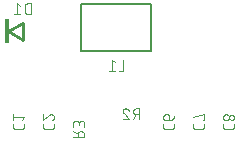
<source format=gbr>
G04 EAGLE Gerber X2 export*
%TF.Part,Single*%
%TF.FileFunction,Legend,Bot,1*%
%TF.FilePolarity,Positive*%
%TF.GenerationSoftware,Autodesk,EAGLE,9.0.0*%
%TF.CreationDate,2018-04-26T19:48:34Z*%
G75*
%MOMM*%
%FSLAX34Y34*%
%LPD*%
%AMOC8*
5,1,8,0,0,1.08239X$1,22.5*%
G01*
%ADD10C,0.076200*%
%ADD11C,0.127000*%
%ADD12C,0.254000*%
%ADD13R,0.300000X2.100000*%


D10*
X261038Y192231D02*
X261038Y201469D01*
X258472Y201469D01*
X258373Y201467D01*
X258273Y201461D01*
X258174Y201452D01*
X258076Y201438D01*
X257978Y201421D01*
X257880Y201400D01*
X257784Y201375D01*
X257689Y201346D01*
X257594Y201314D01*
X257502Y201278D01*
X257410Y201239D01*
X257320Y201196D01*
X257232Y201150D01*
X257146Y201100D01*
X257062Y201047D01*
X256980Y200991D01*
X256900Y200931D01*
X256823Y200869D01*
X256748Y200803D01*
X256675Y200735D01*
X256606Y200664D01*
X256539Y200590D01*
X256475Y200514D01*
X256414Y200435D01*
X256356Y200354D01*
X256301Y200271D01*
X256250Y200186D01*
X256202Y200099D01*
X256157Y200010D01*
X256116Y199919D01*
X256078Y199827D01*
X256044Y199734D01*
X256014Y199639D01*
X255987Y199543D01*
X255964Y199446D01*
X255945Y199349D01*
X255930Y199250D01*
X255918Y199151D01*
X255910Y199052D01*
X255906Y198953D01*
X255906Y198853D01*
X255910Y198754D01*
X255918Y198655D01*
X255930Y198556D01*
X255945Y198457D01*
X255964Y198360D01*
X255987Y198263D01*
X256014Y198167D01*
X256044Y198072D01*
X256078Y197979D01*
X256116Y197887D01*
X256157Y197796D01*
X256202Y197707D01*
X256250Y197620D01*
X256301Y197535D01*
X256356Y197452D01*
X256414Y197371D01*
X256475Y197292D01*
X256539Y197216D01*
X256606Y197142D01*
X256675Y197071D01*
X256748Y197003D01*
X256823Y196937D01*
X256900Y196875D01*
X256980Y196815D01*
X257062Y196759D01*
X257146Y196706D01*
X257232Y196656D01*
X257320Y196610D01*
X257410Y196567D01*
X257502Y196528D01*
X257594Y196492D01*
X257689Y196460D01*
X257784Y196431D01*
X257880Y196406D01*
X257978Y196385D01*
X258076Y196368D01*
X258174Y196354D01*
X258273Y196345D01*
X258373Y196339D01*
X258472Y196337D01*
X261038Y196337D01*
X257959Y196337D02*
X255906Y192231D01*
X246962Y199159D02*
X246964Y199254D01*
X246970Y199350D01*
X246980Y199445D01*
X246994Y199539D01*
X247011Y199633D01*
X247033Y199726D01*
X247058Y199818D01*
X247087Y199909D01*
X247120Y199999D01*
X247157Y200087D01*
X247197Y200174D01*
X247240Y200258D01*
X247288Y200341D01*
X247338Y200422D01*
X247392Y200501D01*
X247449Y200578D01*
X247509Y200652D01*
X247572Y200724D01*
X247639Y200792D01*
X247707Y200859D01*
X247779Y200922D01*
X247853Y200982D01*
X247930Y201039D01*
X248009Y201093D01*
X248090Y201143D01*
X248173Y201191D01*
X248257Y201234D01*
X248344Y201274D01*
X248432Y201311D01*
X248522Y201344D01*
X248613Y201373D01*
X248705Y201398D01*
X248798Y201420D01*
X248892Y201437D01*
X248986Y201451D01*
X249081Y201461D01*
X249177Y201467D01*
X249272Y201469D01*
X249379Y201467D01*
X249485Y201461D01*
X249591Y201452D01*
X249697Y201438D01*
X249802Y201421D01*
X249907Y201400D01*
X250010Y201376D01*
X250113Y201347D01*
X250215Y201315D01*
X250315Y201280D01*
X250414Y201240D01*
X250512Y201197D01*
X250608Y201151D01*
X250702Y201101D01*
X250795Y201048D01*
X250885Y200992D01*
X250974Y200932D01*
X251060Y200870D01*
X251144Y200804D01*
X251225Y200735D01*
X251304Y200664D01*
X251381Y200589D01*
X251454Y200512D01*
X251525Y200432D01*
X251593Y200350D01*
X251658Y200266D01*
X251720Y200179D01*
X251778Y200090D01*
X251834Y199999D01*
X251886Y199906D01*
X251935Y199811D01*
X251980Y199714D01*
X252022Y199616D01*
X252060Y199517D01*
X252095Y199416D01*
X247733Y197363D02*
X247665Y197430D01*
X247599Y197500D01*
X247537Y197573D01*
X247477Y197647D01*
X247420Y197724D01*
X247366Y197803D01*
X247316Y197884D01*
X247268Y197967D01*
X247224Y198052D01*
X247183Y198138D01*
X247145Y198226D01*
X247111Y198315D01*
X247080Y198406D01*
X247053Y198498D01*
X247029Y198590D01*
X247009Y198684D01*
X246992Y198778D01*
X246980Y198873D01*
X246970Y198968D01*
X246965Y199063D01*
X246963Y199159D01*
X247732Y197363D02*
X252094Y192231D01*
X246962Y192231D01*
X214169Y177112D02*
X204931Y177112D01*
X214169Y177112D02*
X214169Y179678D01*
X214167Y179777D01*
X214161Y179877D01*
X214152Y179976D01*
X214138Y180074D01*
X214121Y180172D01*
X214100Y180270D01*
X214075Y180366D01*
X214046Y180461D01*
X214014Y180556D01*
X213978Y180648D01*
X213939Y180740D01*
X213896Y180830D01*
X213850Y180918D01*
X213800Y181004D01*
X213747Y181088D01*
X213691Y181170D01*
X213631Y181250D01*
X213569Y181327D01*
X213503Y181402D01*
X213435Y181475D01*
X213364Y181544D01*
X213290Y181611D01*
X213214Y181675D01*
X213135Y181736D01*
X213054Y181794D01*
X212971Y181849D01*
X212886Y181900D01*
X212799Y181948D01*
X212710Y181993D01*
X212619Y182034D01*
X212527Y182072D01*
X212434Y182106D01*
X212339Y182136D01*
X212243Y182163D01*
X212146Y182186D01*
X212049Y182205D01*
X211950Y182220D01*
X211851Y182232D01*
X211752Y182240D01*
X211653Y182244D01*
X211553Y182244D01*
X211454Y182240D01*
X211355Y182232D01*
X211256Y182220D01*
X211157Y182205D01*
X211060Y182186D01*
X210963Y182163D01*
X210867Y182136D01*
X210772Y182106D01*
X210679Y182072D01*
X210587Y182034D01*
X210496Y181993D01*
X210407Y181948D01*
X210320Y181900D01*
X210235Y181849D01*
X210152Y181794D01*
X210071Y181736D01*
X209992Y181675D01*
X209916Y181611D01*
X209842Y181544D01*
X209771Y181475D01*
X209703Y181402D01*
X209637Y181327D01*
X209575Y181250D01*
X209515Y181170D01*
X209459Y181088D01*
X209406Y181004D01*
X209356Y180918D01*
X209310Y180830D01*
X209267Y180740D01*
X209228Y180648D01*
X209192Y180556D01*
X209160Y180461D01*
X209131Y180366D01*
X209106Y180270D01*
X209085Y180172D01*
X209068Y180074D01*
X209054Y179976D01*
X209045Y179877D01*
X209039Y179777D01*
X209037Y179678D01*
X209037Y177112D01*
X209037Y180192D02*
X204931Y182244D01*
X204931Y186056D02*
X204931Y188622D01*
X204933Y188721D01*
X204939Y188821D01*
X204948Y188920D01*
X204962Y189018D01*
X204979Y189116D01*
X205000Y189214D01*
X205025Y189310D01*
X205054Y189405D01*
X205086Y189500D01*
X205122Y189592D01*
X205161Y189684D01*
X205204Y189774D01*
X205250Y189862D01*
X205300Y189948D01*
X205353Y190032D01*
X205409Y190114D01*
X205469Y190194D01*
X205531Y190271D01*
X205597Y190346D01*
X205665Y190419D01*
X205736Y190488D01*
X205810Y190555D01*
X205886Y190619D01*
X205965Y190680D01*
X206046Y190738D01*
X206129Y190793D01*
X206214Y190844D01*
X206301Y190892D01*
X206390Y190937D01*
X206481Y190978D01*
X206573Y191016D01*
X206666Y191050D01*
X206761Y191080D01*
X206857Y191107D01*
X206954Y191130D01*
X207051Y191149D01*
X207150Y191164D01*
X207249Y191176D01*
X207348Y191184D01*
X207447Y191188D01*
X207547Y191188D01*
X207646Y191184D01*
X207745Y191176D01*
X207844Y191164D01*
X207943Y191149D01*
X208040Y191130D01*
X208137Y191107D01*
X208233Y191080D01*
X208328Y191050D01*
X208421Y191016D01*
X208513Y190978D01*
X208604Y190937D01*
X208693Y190892D01*
X208780Y190844D01*
X208865Y190793D01*
X208948Y190738D01*
X209029Y190680D01*
X209108Y190619D01*
X209184Y190555D01*
X209258Y190488D01*
X209329Y190419D01*
X209397Y190346D01*
X209463Y190271D01*
X209525Y190194D01*
X209585Y190114D01*
X209641Y190032D01*
X209694Y189948D01*
X209744Y189862D01*
X209790Y189774D01*
X209833Y189684D01*
X209872Y189592D01*
X209908Y189500D01*
X209940Y189405D01*
X209969Y189310D01*
X209994Y189214D01*
X210015Y189116D01*
X210032Y189018D01*
X210046Y188920D01*
X210055Y188821D01*
X210061Y188721D01*
X210063Y188622D01*
X214169Y189135D02*
X214169Y186056D01*
X214169Y189135D02*
X214167Y189225D01*
X214161Y189314D01*
X214151Y189403D01*
X214138Y189491D01*
X214120Y189579D01*
X214099Y189666D01*
X214074Y189752D01*
X214045Y189837D01*
X214013Y189921D01*
X213977Y190003D01*
X213937Y190083D01*
X213894Y190162D01*
X213847Y190238D01*
X213798Y190313D01*
X213745Y190385D01*
X213689Y190455D01*
X213630Y190522D01*
X213568Y190587D01*
X213503Y190649D01*
X213436Y190708D01*
X213366Y190764D01*
X213294Y190817D01*
X213219Y190866D01*
X213143Y190913D01*
X213064Y190956D01*
X212984Y190996D01*
X212902Y191032D01*
X212818Y191064D01*
X212733Y191093D01*
X212647Y191118D01*
X212560Y191139D01*
X212472Y191157D01*
X212384Y191170D01*
X212295Y191180D01*
X212206Y191186D01*
X212116Y191188D01*
X212026Y191186D01*
X211937Y191180D01*
X211848Y191170D01*
X211760Y191157D01*
X211672Y191139D01*
X211585Y191118D01*
X211499Y191093D01*
X211414Y191064D01*
X211330Y191032D01*
X211248Y190996D01*
X211168Y190956D01*
X211090Y190913D01*
X211013Y190866D01*
X210938Y190817D01*
X210866Y190764D01*
X210796Y190708D01*
X210729Y190649D01*
X210664Y190587D01*
X210602Y190522D01*
X210543Y190455D01*
X210487Y190385D01*
X210434Y190313D01*
X210385Y190238D01*
X210338Y190162D01*
X210295Y190083D01*
X210255Y190003D01*
X210219Y189921D01*
X210187Y189837D01*
X210158Y189752D01*
X210133Y189666D01*
X210112Y189579D01*
X210094Y189491D01*
X210081Y189403D01*
X210071Y189314D01*
X210065Y189225D01*
X210063Y189135D01*
X210063Y187082D01*
D11*
X271300Y249875D02*
X271300Y289875D01*
X271300Y249875D02*
X211300Y249875D01*
X211300Y289875D01*
X271300Y289875D01*
D10*
X247607Y242744D02*
X247607Y233506D01*
X243502Y233506D01*
X240125Y240691D02*
X237559Y242744D01*
X237559Y233506D01*
X240125Y233506D02*
X234993Y233506D01*
X281131Y187917D02*
X281131Y185864D01*
X281133Y185774D01*
X281139Y185685D01*
X281149Y185596D01*
X281162Y185508D01*
X281180Y185420D01*
X281201Y185333D01*
X281226Y185247D01*
X281255Y185162D01*
X281287Y185078D01*
X281323Y184996D01*
X281363Y184916D01*
X281406Y184838D01*
X281453Y184761D01*
X281502Y184686D01*
X281555Y184614D01*
X281611Y184544D01*
X281670Y184477D01*
X281732Y184412D01*
X281797Y184350D01*
X281864Y184291D01*
X281934Y184235D01*
X282006Y184182D01*
X282081Y184133D01*
X282158Y184086D01*
X282236Y184043D01*
X282316Y184003D01*
X282398Y183967D01*
X282482Y183935D01*
X282567Y183906D01*
X282653Y183881D01*
X282740Y183860D01*
X282828Y183842D01*
X282916Y183829D01*
X283005Y183819D01*
X283094Y183813D01*
X283184Y183811D01*
X288316Y183811D01*
X288406Y183813D01*
X288495Y183819D01*
X288584Y183829D01*
X288672Y183842D01*
X288760Y183860D01*
X288847Y183881D01*
X288933Y183906D01*
X289018Y183935D01*
X289102Y183967D01*
X289184Y184003D01*
X289264Y184043D01*
X289342Y184086D01*
X289419Y184133D01*
X289494Y184182D01*
X289566Y184235D01*
X289636Y184291D01*
X289703Y184350D01*
X289768Y184412D01*
X289830Y184477D01*
X289889Y184544D01*
X289945Y184614D01*
X289998Y184686D01*
X290047Y184761D01*
X290094Y184837D01*
X290137Y184916D01*
X290177Y184996D01*
X290213Y185078D01*
X290245Y185162D01*
X290274Y185247D01*
X290299Y185333D01*
X290320Y185420D01*
X290338Y185507D01*
X290351Y185596D01*
X290361Y185685D01*
X290367Y185774D01*
X290369Y185864D01*
X290369Y187917D01*
X286263Y191337D02*
X286263Y194416D01*
X286261Y194506D01*
X286255Y194595D01*
X286245Y194684D01*
X286232Y194772D01*
X286214Y194860D01*
X286193Y194947D01*
X286168Y195033D01*
X286139Y195118D01*
X286107Y195202D01*
X286071Y195284D01*
X286031Y195364D01*
X285988Y195443D01*
X285941Y195519D01*
X285892Y195594D01*
X285839Y195666D01*
X285783Y195736D01*
X285724Y195803D01*
X285662Y195868D01*
X285597Y195930D01*
X285530Y195989D01*
X285460Y196045D01*
X285388Y196098D01*
X285313Y196147D01*
X285237Y196194D01*
X285158Y196237D01*
X285078Y196277D01*
X284996Y196313D01*
X284912Y196345D01*
X284827Y196374D01*
X284741Y196399D01*
X284654Y196420D01*
X284566Y196438D01*
X284478Y196451D01*
X284389Y196461D01*
X284300Y196467D01*
X284210Y196469D01*
X283697Y196469D01*
X283598Y196467D01*
X283498Y196461D01*
X283399Y196452D01*
X283301Y196438D01*
X283203Y196421D01*
X283105Y196400D01*
X283009Y196375D01*
X282914Y196346D01*
X282819Y196314D01*
X282727Y196278D01*
X282635Y196239D01*
X282545Y196196D01*
X282457Y196150D01*
X282371Y196100D01*
X282287Y196047D01*
X282205Y195991D01*
X282125Y195931D01*
X282048Y195869D01*
X281973Y195803D01*
X281900Y195735D01*
X281831Y195664D01*
X281764Y195590D01*
X281700Y195514D01*
X281639Y195435D01*
X281581Y195354D01*
X281526Y195271D01*
X281475Y195186D01*
X281427Y195099D01*
X281382Y195010D01*
X281341Y194919D01*
X281303Y194827D01*
X281269Y194734D01*
X281239Y194639D01*
X281212Y194543D01*
X281189Y194446D01*
X281170Y194349D01*
X281155Y194250D01*
X281143Y194151D01*
X281135Y194052D01*
X281131Y193953D01*
X281131Y193853D01*
X281135Y193754D01*
X281143Y193655D01*
X281155Y193556D01*
X281170Y193457D01*
X281189Y193360D01*
X281212Y193263D01*
X281239Y193167D01*
X281269Y193072D01*
X281303Y192979D01*
X281341Y192887D01*
X281382Y192796D01*
X281427Y192707D01*
X281475Y192620D01*
X281526Y192535D01*
X281581Y192452D01*
X281639Y192371D01*
X281700Y192292D01*
X281764Y192216D01*
X281831Y192142D01*
X281900Y192071D01*
X281973Y192003D01*
X282048Y191937D01*
X282125Y191875D01*
X282205Y191815D01*
X282287Y191759D01*
X282371Y191706D01*
X282457Y191656D01*
X282545Y191610D01*
X282635Y191567D01*
X282727Y191528D01*
X282819Y191492D01*
X282914Y191460D01*
X283009Y191431D01*
X283105Y191406D01*
X283203Y191385D01*
X283301Y191368D01*
X283399Y191354D01*
X283498Y191345D01*
X283598Y191339D01*
X283697Y191337D01*
X286263Y191337D01*
X286389Y191339D01*
X286516Y191345D01*
X286642Y191355D01*
X286768Y191368D01*
X286893Y191386D01*
X287017Y191407D01*
X287141Y191432D01*
X287265Y191461D01*
X287387Y191494D01*
X287508Y191530D01*
X287628Y191570D01*
X287746Y191614D01*
X287863Y191662D01*
X287979Y191713D01*
X288093Y191767D01*
X288206Y191826D01*
X288316Y191887D01*
X288425Y191952D01*
X288531Y192020D01*
X288635Y192092D01*
X288737Y192166D01*
X288837Y192244D01*
X288934Y192325D01*
X289029Y192409D01*
X289121Y192495D01*
X289211Y192585D01*
X289297Y192677D01*
X289381Y192772D01*
X289462Y192869D01*
X289540Y192969D01*
X289614Y193071D01*
X289686Y193175D01*
X289754Y193281D01*
X289819Y193390D01*
X289880Y193500D01*
X289939Y193613D01*
X289993Y193727D01*
X290044Y193843D01*
X290092Y193960D01*
X290136Y194078D01*
X290176Y194198D01*
X290212Y194319D01*
X290245Y194441D01*
X290274Y194565D01*
X290299Y194688D01*
X290320Y194813D01*
X290338Y194938D01*
X290351Y195064D01*
X290361Y195190D01*
X290367Y195317D01*
X290369Y195443D01*
X306531Y187917D02*
X306531Y185864D01*
X306533Y185774D01*
X306539Y185685D01*
X306549Y185596D01*
X306562Y185508D01*
X306580Y185420D01*
X306601Y185333D01*
X306626Y185247D01*
X306655Y185162D01*
X306687Y185078D01*
X306723Y184996D01*
X306763Y184916D01*
X306806Y184838D01*
X306853Y184761D01*
X306902Y184686D01*
X306955Y184614D01*
X307011Y184544D01*
X307070Y184477D01*
X307132Y184412D01*
X307197Y184350D01*
X307264Y184291D01*
X307334Y184235D01*
X307406Y184182D01*
X307481Y184133D01*
X307558Y184086D01*
X307636Y184043D01*
X307716Y184003D01*
X307798Y183967D01*
X307882Y183935D01*
X307967Y183906D01*
X308053Y183881D01*
X308140Y183860D01*
X308228Y183842D01*
X308316Y183829D01*
X308405Y183819D01*
X308494Y183813D01*
X308584Y183811D01*
X313716Y183811D01*
X313806Y183813D01*
X313895Y183819D01*
X313984Y183829D01*
X314072Y183842D01*
X314160Y183860D01*
X314247Y183881D01*
X314333Y183906D01*
X314418Y183935D01*
X314502Y183967D01*
X314584Y184003D01*
X314664Y184043D01*
X314742Y184086D01*
X314819Y184133D01*
X314894Y184182D01*
X314966Y184235D01*
X315036Y184291D01*
X315103Y184350D01*
X315168Y184412D01*
X315230Y184477D01*
X315289Y184544D01*
X315345Y184614D01*
X315398Y184686D01*
X315447Y184761D01*
X315494Y184837D01*
X315537Y184916D01*
X315577Y184996D01*
X315613Y185078D01*
X315645Y185162D01*
X315674Y185247D01*
X315699Y185333D01*
X315720Y185420D01*
X315738Y185507D01*
X315751Y185596D01*
X315761Y185685D01*
X315767Y185774D01*
X315769Y185864D01*
X315769Y187917D01*
X315769Y191337D02*
X314743Y191337D01*
X315769Y191337D02*
X315769Y196469D01*
X306531Y193903D01*
X331931Y187917D02*
X331931Y185864D01*
X331933Y185774D01*
X331939Y185685D01*
X331949Y185596D01*
X331962Y185508D01*
X331980Y185420D01*
X332001Y185333D01*
X332026Y185247D01*
X332055Y185162D01*
X332087Y185078D01*
X332123Y184996D01*
X332163Y184916D01*
X332206Y184838D01*
X332253Y184761D01*
X332302Y184686D01*
X332355Y184614D01*
X332411Y184544D01*
X332470Y184477D01*
X332532Y184412D01*
X332597Y184350D01*
X332664Y184291D01*
X332734Y184235D01*
X332806Y184182D01*
X332881Y184133D01*
X332958Y184086D01*
X333036Y184043D01*
X333116Y184003D01*
X333198Y183967D01*
X333282Y183935D01*
X333367Y183906D01*
X333453Y183881D01*
X333540Y183860D01*
X333628Y183842D01*
X333716Y183829D01*
X333805Y183819D01*
X333894Y183813D01*
X333984Y183811D01*
X339116Y183811D01*
X339206Y183813D01*
X339295Y183819D01*
X339384Y183829D01*
X339472Y183842D01*
X339560Y183860D01*
X339647Y183881D01*
X339733Y183906D01*
X339818Y183935D01*
X339902Y183967D01*
X339984Y184003D01*
X340064Y184043D01*
X340142Y184086D01*
X340219Y184133D01*
X340294Y184182D01*
X340366Y184235D01*
X340436Y184291D01*
X340503Y184350D01*
X340568Y184412D01*
X340630Y184477D01*
X340689Y184544D01*
X340745Y184614D01*
X340798Y184686D01*
X340847Y184761D01*
X340894Y184837D01*
X340937Y184916D01*
X340977Y184996D01*
X341013Y185078D01*
X341045Y185162D01*
X341074Y185247D01*
X341099Y185333D01*
X341120Y185420D01*
X341138Y185507D01*
X341151Y185596D01*
X341161Y185685D01*
X341167Y185774D01*
X341169Y185864D01*
X341169Y187917D01*
X334497Y191337D02*
X334596Y191339D01*
X334696Y191345D01*
X334795Y191354D01*
X334893Y191368D01*
X334991Y191385D01*
X335089Y191406D01*
X335185Y191431D01*
X335280Y191460D01*
X335375Y191492D01*
X335467Y191528D01*
X335559Y191567D01*
X335649Y191610D01*
X335737Y191656D01*
X335823Y191706D01*
X335907Y191759D01*
X335989Y191815D01*
X336069Y191875D01*
X336146Y191937D01*
X336221Y192003D01*
X336294Y192071D01*
X336363Y192142D01*
X336430Y192216D01*
X336494Y192292D01*
X336555Y192371D01*
X336613Y192452D01*
X336668Y192535D01*
X336719Y192620D01*
X336767Y192707D01*
X336812Y192796D01*
X336853Y192887D01*
X336891Y192979D01*
X336925Y193072D01*
X336955Y193167D01*
X336982Y193263D01*
X337005Y193360D01*
X337024Y193457D01*
X337039Y193556D01*
X337051Y193655D01*
X337059Y193754D01*
X337063Y193853D01*
X337063Y193953D01*
X337059Y194052D01*
X337051Y194151D01*
X337039Y194250D01*
X337024Y194349D01*
X337005Y194446D01*
X336982Y194543D01*
X336955Y194639D01*
X336925Y194734D01*
X336891Y194827D01*
X336853Y194919D01*
X336812Y195010D01*
X336767Y195099D01*
X336719Y195186D01*
X336668Y195271D01*
X336613Y195354D01*
X336555Y195435D01*
X336494Y195514D01*
X336430Y195590D01*
X336363Y195664D01*
X336294Y195735D01*
X336221Y195803D01*
X336146Y195869D01*
X336069Y195931D01*
X335989Y195991D01*
X335907Y196047D01*
X335823Y196100D01*
X335737Y196150D01*
X335649Y196196D01*
X335559Y196239D01*
X335467Y196278D01*
X335375Y196314D01*
X335280Y196346D01*
X335185Y196375D01*
X335089Y196400D01*
X334991Y196421D01*
X334893Y196438D01*
X334795Y196452D01*
X334696Y196461D01*
X334596Y196467D01*
X334497Y196469D01*
X334398Y196467D01*
X334298Y196461D01*
X334199Y196452D01*
X334101Y196438D01*
X334003Y196421D01*
X333905Y196400D01*
X333809Y196375D01*
X333714Y196346D01*
X333619Y196314D01*
X333527Y196278D01*
X333435Y196239D01*
X333345Y196196D01*
X333257Y196150D01*
X333171Y196100D01*
X333087Y196047D01*
X333005Y195991D01*
X332925Y195931D01*
X332848Y195869D01*
X332773Y195803D01*
X332700Y195735D01*
X332631Y195664D01*
X332564Y195590D01*
X332500Y195514D01*
X332439Y195435D01*
X332381Y195354D01*
X332326Y195271D01*
X332275Y195186D01*
X332227Y195099D01*
X332182Y195010D01*
X332141Y194919D01*
X332103Y194827D01*
X332069Y194734D01*
X332039Y194639D01*
X332012Y194543D01*
X331989Y194446D01*
X331970Y194349D01*
X331955Y194250D01*
X331943Y194151D01*
X331935Y194052D01*
X331931Y193953D01*
X331931Y193853D01*
X331935Y193754D01*
X331943Y193655D01*
X331955Y193556D01*
X331970Y193457D01*
X331989Y193360D01*
X332012Y193263D01*
X332039Y193167D01*
X332069Y193072D01*
X332103Y192979D01*
X332141Y192887D01*
X332182Y192796D01*
X332227Y192707D01*
X332275Y192620D01*
X332326Y192535D01*
X332381Y192452D01*
X332439Y192371D01*
X332500Y192292D01*
X332564Y192216D01*
X332631Y192142D01*
X332700Y192071D01*
X332773Y192003D01*
X332848Y191937D01*
X332925Y191875D01*
X333005Y191815D01*
X333087Y191759D01*
X333171Y191706D01*
X333257Y191656D01*
X333345Y191610D01*
X333435Y191567D01*
X333527Y191528D01*
X333619Y191492D01*
X333714Y191460D01*
X333809Y191431D01*
X333905Y191406D01*
X334003Y191385D01*
X334101Y191368D01*
X334199Y191354D01*
X334298Y191345D01*
X334398Y191339D01*
X334497Y191337D01*
X339116Y191850D02*
X339206Y191852D01*
X339295Y191858D01*
X339384Y191868D01*
X339472Y191881D01*
X339560Y191899D01*
X339647Y191920D01*
X339733Y191945D01*
X339818Y191974D01*
X339902Y192006D01*
X339984Y192042D01*
X340064Y192082D01*
X340143Y192125D01*
X340219Y192172D01*
X340294Y192221D01*
X340366Y192274D01*
X340436Y192330D01*
X340503Y192389D01*
X340568Y192451D01*
X340630Y192516D01*
X340689Y192583D01*
X340745Y192653D01*
X340798Y192725D01*
X340847Y192800D01*
X340894Y192877D01*
X340937Y192955D01*
X340977Y193035D01*
X341013Y193117D01*
X341045Y193201D01*
X341074Y193286D01*
X341099Y193372D01*
X341120Y193459D01*
X341138Y193547D01*
X341151Y193635D01*
X341161Y193724D01*
X341167Y193813D01*
X341169Y193903D01*
X341167Y193993D01*
X341161Y194082D01*
X341151Y194171D01*
X341138Y194259D01*
X341120Y194347D01*
X341099Y194434D01*
X341074Y194520D01*
X341045Y194605D01*
X341013Y194689D01*
X340977Y194771D01*
X340937Y194851D01*
X340894Y194930D01*
X340847Y195006D01*
X340798Y195081D01*
X340745Y195153D01*
X340689Y195223D01*
X340630Y195290D01*
X340568Y195355D01*
X340503Y195417D01*
X340436Y195476D01*
X340366Y195532D01*
X340294Y195585D01*
X340219Y195634D01*
X340143Y195681D01*
X340064Y195724D01*
X339984Y195764D01*
X339902Y195800D01*
X339818Y195832D01*
X339733Y195861D01*
X339647Y195886D01*
X339560Y195907D01*
X339472Y195925D01*
X339384Y195938D01*
X339295Y195948D01*
X339206Y195954D01*
X339116Y195956D01*
X339026Y195954D01*
X338937Y195948D01*
X338848Y195938D01*
X338760Y195925D01*
X338672Y195907D01*
X338585Y195886D01*
X338499Y195861D01*
X338414Y195832D01*
X338330Y195800D01*
X338248Y195764D01*
X338168Y195724D01*
X338090Y195681D01*
X338013Y195634D01*
X337938Y195585D01*
X337866Y195532D01*
X337796Y195476D01*
X337729Y195417D01*
X337664Y195355D01*
X337602Y195290D01*
X337543Y195223D01*
X337487Y195153D01*
X337434Y195081D01*
X337385Y195006D01*
X337338Y194930D01*
X337295Y194851D01*
X337255Y194771D01*
X337219Y194689D01*
X337187Y194605D01*
X337158Y194520D01*
X337133Y194434D01*
X337112Y194347D01*
X337094Y194259D01*
X337081Y194171D01*
X337071Y194082D01*
X337065Y193993D01*
X337063Y193903D01*
X337065Y193813D01*
X337071Y193724D01*
X337081Y193635D01*
X337094Y193547D01*
X337112Y193459D01*
X337133Y193372D01*
X337158Y193286D01*
X337187Y193201D01*
X337219Y193117D01*
X337255Y193035D01*
X337295Y192955D01*
X337338Y192877D01*
X337385Y192800D01*
X337434Y192725D01*
X337487Y192653D01*
X337543Y192583D01*
X337602Y192516D01*
X337664Y192451D01*
X337729Y192389D01*
X337796Y192330D01*
X337866Y192274D01*
X337938Y192221D01*
X338013Y192172D01*
X338090Y192125D01*
X338168Y192082D01*
X338248Y192042D01*
X338330Y192006D01*
X338414Y191974D01*
X338499Y191945D01*
X338585Y191920D01*
X338672Y191899D01*
X338760Y191881D01*
X338848Y191868D01*
X338937Y191858D01*
X339026Y191852D01*
X339116Y191850D01*
X179531Y187917D02*
X179531Y185864D01*
X179533Y185774D01*
X179539Y185685D01*
X179549Y185596D01*
X179562Y185508D01*
X179580Y185420D01*
X179601Y185333D01*
X179626Y185247D01*
X179655Y185162D01*
X179687Y185078D01*
X179723Y184996D01*
X179763Y184916D01*
X179806Y184838D01*
X179853Y184761D01*
X179902Y184686D01*
X179955Y184614D01*
X180011Y184544D01*
X180070Y184477D01*
X180132Y184412D01*
X180197Y184350D01*
X180264Y184291D01*
X180334Y184235D01*
X180406Y184182D01*
X180481Y184133D01*
X180558Y184086D01*
X180636Y184043D01*
X180716Y184003D01*
X180798Y183967D01*
X180882Y183935D01*
X180967Y183906D01*
X181053Y183881D01*
X181140Y183860D01*
X181228Y183842D01*
X181316Y183829D01*
X181405Y183819D01*
X181494Y183813D01*
X181584Y183811D01*
X186716Y183811D01*
X186806Y183813D01*
X186895Y183819D01*
X186984Y183829D01*
X187072Y183842D01*
X187160Y183860D01*
X187247Y183881D01*
X187333Y183906D01*
X187418Y183935D01*
X187502Y183967D01*
X187584Y184003D01*
X187664Y184043D01*
X187742Y184086D01*
X187819Y184133D01*
X187894Y184182D01*
X187966Y184235D01*
X188036Y184291D01*
X188103Y184350D01*
X188168Y184412D01*
X188230Y184477D01*
X188289Y184544D01*
X188345Y184614D01*
X188398Y184686D01*
X188447Y184761D01*
X188494Y184837D01*
X188537Y184916D01*
X188577Y184996D01*
X188613Y185078D01*
X188645Y185162D01*
X188674Y185247D01*
X188699Y185333D01*
X188720Y185420D01*
X188738Y185507D01*
X188751Y185596D01*
X188761Y185685D01*
X188767Y185774D01*
X188769Y185864D01*
X188769Y187917D01*
X188769Y194159D02*
X188767Y194254D01*
X188761Y194350D01*
X188751Y194445D01*
X188737Y194539D01*
X188720Y194633D01*
X188698Y194726D01*
X188673Y194818D01*
X188644Y194909D01*
X188611Y194999D01*
X188574Y195087D01*
X188534Y195174D01*
X188491Y195258D01*
X188443Y195341D01*
X188393Y195422D01*
X188339Y195501D01*
X188282Y195578D01*
X188222Y195652D01*
X188159Y195724D01*
X188092Y195792D01*
X188024Y195859D01*
X187952Y195922D01*
X187878Y195982D01*
X187801Y196039D01*
X187722Y196093D01*
X187641Y196143D01*
X187558Y196191D01*
X187474Y196234D01*
X187387Y196274D01*
X187299Y196311D01*
X187209Y196344D01*
X187118Y196373D01*
X187026Y196398D01*
X186933Y196420D01*
X186839Y196437D01*
X186745Y196451D01*
X186650Y196461D01*
X186554Y196467D01*
X186459Y196469D01*
X188769Y194159D02*
X188767Y194052D01*
X188761Y193946D01*
X188752Y193840D01*
X188738Y193734D01*
X188721Y193629D01*
X188700Y193524D01*
X188676Y193421D01*
X188647Y193318D01*
X188615Y193216D01*
X188580Y193116D01*
X188540Y193017D01*
X188497Y192919D01*
X188451Y192823D01*
X188401Y192729D01*
X188348Y192636D01*
X188292Y192546D01*
X188232Y192457D01*
X188170Y192371D01*
X188104Y192287D01*
X188035Y192206D01*
X187964Y192127D01*
X187889Y192050D01*
X187812Y191977D01*
X187732Y191906D01*
X187650Y191838D01*
X187566Y191773D01*
X187479Y191711D01*
X187390Y191653D01*
X187299Y191597D01*
X187206Y191545D01*
X187111Y191496D01*
X187014Y191451D01*
X186916Y191409D01*
X186817Y191371D01*
X186716Y191336D01*
X184662Y195700D02*
X184730Y195768D01*
X184800Y195833D01*
X184872Y195896D01*
X184947Y195956D01*
X185024Y196013D01*
X185103Y196066D01*
X185184Y196117D01*
X185267Y196165D01*
X185351Y196209D01*
X185438Y196250D01*
X185526Y196288D01*
X185615Y196322D01*
X185706Y196353D01*
X185797Y196380D01*
X185890Y196404D01*
X185984Y196424D01*
X186078Y196441D01*
X186173Y196453D01*
X186268Y196463D01*
X186363Y196468D01*
X186459Y196470D01*
X184663Y195699D02*
X179531Y191337D01*
X179531Y196469D01*
X154131Y187917D02*
X154131Y185864D01*
X154133Y185774D01*
X154139Y185685D01*
X154149Y185596D01*
X154162Y185508D01*
X154180Y185420D01*
X154201Y185333D01*
X154226Y185247D01*
X154255Y185162D01*
X154287Y185078D01*
X154323Y184996D01*
X154363Y184916D01*
X154406Y184838D01*
X154453Y184761D01*
X154502Y184686D01*
X154555Y184614D01*
X154611Y184544D01*
X154670Y184477D01*
X154732Y184412D01*
X154797Y184350D01*
X154864Y184291D01*
X154934Y184235D01*
X155006Y184182D01*
X155081Y184133D01*
X155158Y184086D01*
X155236Y184043D01*
X155316Y184003D01*
X155398Y183967D01*
X155482Y183935D01*
X155567Y183906D01*
X155653Y183881D01*
X155740Y183860D01*
X155828Y183842D01*
X155916Y183829D01*
X156005Y183819D01*
X156094Y183813D01*
X156184Y183811D01*
X161316Y183811D01*
X161406Y183813D01*
X161495Y183819D01*
X161584Y183829D01*
X161672Y183842D01*
X161760Y183860D01*
X161847Y183881D01*
X161933Y183906D01*
X162018Y183935D01*
X162102Y183967D01*
X162184Y184003D01*
X162264Y184043D01*
X162342Y184086D01*
X162419Y184133D01*
X162494Y184182D01*
X162566Y184235D01*
X162636Y184291D01*
X162703Y184350D01*
X162768Y184412D01*
X162830Y184477D01*
X162889Y184544D01*
X162945Y184614D01*
X162998Y184686D01*
X163047Y184761D01*
X163094Y184837D01*
X163137Y184916D01*
X163177Y184996D01*
X163213Y185078D01*
X163245Y185162D01*
X163274Y185247D01*
X163299Y185333D01*
X163320Y185420D01*
X163338Y185507D01*
X163351Y185596D01*
X163361Y185685D01*
X163367Y185774D01*
X163369Y185864D01*
X163369Y187917D01*
X161316Y191337D02*
X163369Y193903D01*
X154131Y193903D01*
X154131Y191337D02*
X154131Y196469D01*
D12*
X162425Y259700D02*
X149925Y266700D01*
X162425Y259700D02*
X162425Y273700D01*
X149925Y266700D01*
D13*
X149425Y266700D03*
D10*
X169141Y281131D02*
X169141Y290369D01*
X166575Y290369D01*
X166477Y290367D01*
X166379Y290361D01*
X166281Y290352D01*
X166183Y290339D01*
X166086Y290322D01*
X165990Y290302D01*
X165895Y290277D01*
X165801Y290249D01*
X165708Y290218D01*
X165616Y290183D01*
X165525Y290144D01*
X165436Y290103D01*
X165349Y290057D01*
X165264Y290009D01*
X165180Y289957D01*
X165099Y289902D01*
X165019Y289844D01*
X164942Y289783D01*
X164868Y289719D01*
X164796Y289652D01*
X164726Y289582D01*
X164659Y289510D01*
X164595Y289436D01*
X164534Y289359D01*
X164476Y289279D01*
X164421Y289198D01*
X164369Y289114D01*
X164321Y289029D01*
X164275Y288942D01*
X164234Y288853D01*
X164195Y288762D01*
X164160Y288670D01*
X164129Y288577D01*
X164101Y288483D01*
X164076Y288388D01*
X164056Y288292D01*
X164039Y288195D01*
X164026Y288097D01*
X164017Y287999D01*
X164011Y287901D01*
X164009Y287803D01*
X164009Y283697D01*
X164011Y283599D01*
X164017Y283501D01*
X164026Y283403D01*
X164039Y283305D01*
X164056Y283208D01*
X164076Y283112D01*
X164101Y283017D01*
X164129Y282923D01*
X164160Y282830D01*
X164195Y282738D01*
X164234Y282647D01*
X164275Y282558D01*
X164321Y282471D01*
X164369Y282386D01*
X164421Y282302D01*
X164476Y282221D01*
X164534Y282141D01*
X164595Y282064D01*
X164659Y281990D01*
X164726Y281918D01*
X164796Y281848D01*
X164868Y281781D01*
X164942Y281717D01*
X165019Y281656D01*
X165099Y281598D01*
X165180Y281543D01*
X165264Y281491D01*
X165349Y281443D01*
X165436Y281397D01*
X165525Y281356D01*
X165616Y281317D01*
X165708Y281282D01*
X165801Y281251D01*
X165895Y281223D01*
X165990Y281198D01*
X166086Y281178D01*
X166183Y281161D01*
X166281Y281148D01*
X166379Y281139D01*
X166477Y281133D01*
X166575Y281131D01*
X169141Y281131D01*
X159841Y288316D02*
X157275Y290369D01*
X157275Y281131D01*
X159841Y281131D02*
X154709Y281131D01*
M02*

</source>
